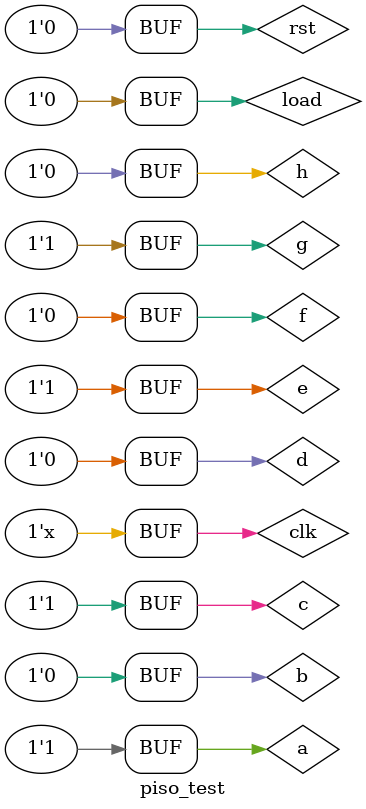
<source format=v>

module piso_test();

reg a,b,c,d,e,f,g,h,load;
reg rst,clk;
wire out;

initial clk=0;
always #5 clk = ~clk;

piso test(.a(a),.b(b),.c(c),.d(d),.e(e),.f(f),.g(g),.h(h),.rst(rst),.clk(clk),.load(load),.out(out));

initial begin


a = 1;
b = 0;
c = 1;
d = 0;
e = 1;
f = 0;
g = 1;
h = 0;
rst = 1;
#20;
rst = 0;
load = 1;
#100;
load = 0;


end
endmodule

</source>
